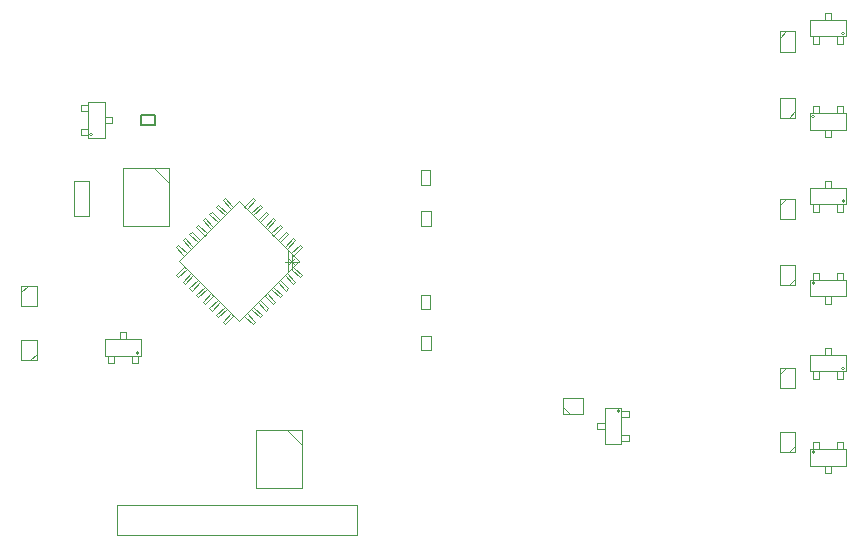
<source format=gbr>
%TF.GenerationSoftware,Altium Limited,Altium Designer,21.6.4 (81)*%
G04 Layer_Color=16711935*
%FSLAX43Y43*%
%MOMM*%
%TF.SameCoordinates,EF7AACBD-433E-4B6D-8733-A8E214C0EB56*%
%TF.FilePolarity,Positive*%
%TF.FileFunction,Other,Mechanical_13*%
%TF.Part,Single*%
G01*
G75*
%TA.AperFunction,NonConductor*%
%ADD58C,0.100*%
%ADD60C,0.200*%
%ADD80C,0.076*%
%ADD82C,0.000*%
%ADD83C,0.025*%
D58*
X35662Y17436D02*
X36932Y16166D01*
Y12536D02*
Y17436D01*
X33032Y12536D02*
X36932D01*
X33032D02*
Y17436D01*
X36932D01*
X47022Y34731D02*
X47822D01*
X47022D02*
Y35931D01*
X47822D01*
Y34731D02*
Y35931D01*
X46996Y39411D02*
X47796D01*
Y38211D02*
Y39411D01*
X46996Y38211D02*
X47796D01*
X46996D02*
Y39411D01*
Y28896D02*
X47796D01*
Y27696D02*
Y28896D01*
X46996Y27696D02*
X47796D01*
X46996D02*
Y28896D01*
X47022Y24165D02*
X47822D01*
X47022D02*
Y25365D01*
X47822D01*
Y24165D02*
Y25365D01*
X24429Y39610D02*
X25699Y38340D01*
Y34710D02*
Y39610D01*
X21799Y34710D02*
X25699D01*
X21799D02*
Y39610D01*
X25699D01*
X17629Y35558D02*
X18929D01*
X17629Y38478D02*
X18929D01*
X17629Y35558D02*
Y38478D01*
X18929Y35558D02*
Y38478D01*
X77404Y35320D02*
Y37020D01*
Y35320D02*
X78704D01*
Y37020D01*
X77404D02*
X78704D01*
X77404Y36482D02*
X77942Y37020D01*
X77404Y49467D02*
Y51167D01*
Y49467D02*
X78704D01*
Y51167D01*
X77404D02*
X78704D01*
X77404Y50629D02*
X77942Y51167D01*
X78704Y43854D02*
Y45554D01*
X77404D02*
X78704D01*
X77404Y43854D02*
Y45554D01*
Y43854D02*
X78704D01*
X78166D02*
X78704Y44392D01*
X78679Y29681D02*
Y31381D01*
X77379D02*
X78679D01*
X77379Y29681D02*
Y31381D01*
Y29681D02*
X78679D01*
X78141D02*
X78679Y30219D01*
X77379Y20994D02*
Y22694D01*
Y20994D02*
X78679D01*
Y22694D01*
X77379D02*
X78679D01*
X77379Y22156D02*
X77917Y22694D01*
X78679Y15533D02*
Y17233D01*
X77379D02*
X78679D01*
X77379Y15533D02*
Y17233D01*
Y15533D02*
X78679D01*
X78141D02*
X78679Y16071D01*
X59069Y18806D02*
X60769D01*
Y20106D01*
X59069D02*
X60769D01*
X59069Y18806D02*
Y20106D01*
Y19344D02*
X59607Y18806D01*
X13168Y27928D02*
Y29628D01*
Y27928D02*
X14468D01*
Y29628D01*
X13168D02*
X14468D01*
X13168Y29090D02*
X13706Y29628D01*
X14468Y23331D02*
Y25031D01*
X13168D02*
X14468D01*
X13168Y23331D02*
Y25031D01*
Y23331D02*
X14468D01*
X13930D02*
X14468Y23869D01*
X21311Y8509D02*
X41631D01*
X21311Y11049D02*
X41631D01*
X21311Y8509D02*
Y11049D01*
X41631Y8509D02*
Y11049D01*
D60*
X23327Y44088D02*
X24527D01*
X23327Y43288D02*
Y44088D01*
Y43288D02*
X24527D01*
Y44088D01*
D80*
X36656Y31659D02*
X35459D01*
X36057Y32258D02*
Y31061D01*
X36357Y31959D02*
X35758Y31360D01*
Y31959D02*
X36357Y31360D01*
D82*
X23139Y23965D02*
G03*
X23139Y23965I-127J0D01*
G01*
X19240Y42443D02*
G03*
X19240Y42443I-127J0D01*
G01*
X80366Y29883D02*
G03*
X80366Y29883I-127J0D01*
G01*
X82906Y36780D02*
G03*
X82906Y36780I-127J0D01*
G01*
X82855Y22644D02*
G03*
X82855Y22644I-127J0D01*
G01*
X80340Y15557D02*
G03*
X80340Y15557I-127J0D01*
G01*
Y43980D02*
G03*
X80340Y43980I-127J0D01*
G01*
X82880Y51004D02*
G03*
X82880Y51004I-127J0D01*
G01*
X63843Y19025D02*
G03*
X63843Y19025I-127J0D01*
G01*
D83*
X22504Y23711D02*
X23012D01*
Y23089D02*
Y23711D01*
X22504Y23089D02*
X23012D01*
X22504D02*
Y23711D01*
X20472D02*
X20980D01*
Y23089D02*
Y23711D01*
X20472Y23089D02*
X20980D01*
X20472D02*
Y23711D01*
X21488Y25108D02*
X21996D01*
X21488D02*
Y25730D01*
X21996D01*
Y25108D02*
Y25730D01*
X20218Y23711D02*
X23266D01*
X20218D02*
Y25108D01*
X23266D01*
Y23711D02*
Y25108D01*
X18860Y42443D02*
Y42951D01*
X18237Y42443D02*
X18860D01*
X18237D02*
Y42951D01*
X18860D01*
Y44475D02*
Y44983D01*
X18237Y44475D02*
X18860D01*
X18237D02*
Y44983D01*
X18860D01*
X20257Y43459D02*
Y43967D01*
X20879D01*
Y43459D02*
Y43967D01*
X20257Y43459D02*
X20879D01*
X18860Y42189D02*
Y45237D01*
X20257D01*
Y42189D02*
Y45237D01*
X18860Y42189D02*
X20257D01*
X80239Y30137D02*
X80747D01*
X80239D02*
Y30759D01*
X80747D01*
Y30137D02*
Y30759D01*
X82271Y30137D02*
X82779D01*
X82271D02*
Y30759D01*
X82779D01*
Y30137D02*
Y30759D01*
X81255Y28740D02*
X81763D01*
Y28118D02*
Y28740D01*
X81255Y28118D02*
X81763D01*
X81255D02*
Y28740D01*
X79985Y30137D02*
X83033D01*
Y28740D02*
Y30137D01*
X79985Y28740D02*
X83033D01*
X79985D02*
Y30137D01*
X82271Y36526D02*
X82779D01*
Y35904D02*
Y36526D01*
X82271Y35904D02*
X82779D01*
X82271D02*
Y36526D01*
X80239D02*
X80747D01*
Y35904D02*
Y36526D01*
X80239Y35904D02*
X80747D01*
X80239D02*
Y36526D01*
X81255Y37923D02*
X81763D01*
X81255D02*
Y38545D01*
X81763D01*
Y37923D02*
Y38545D01*
X79985Y36526D02*
X83033D01*
X79985D02*
Y37923D01*
X83033D01*
Y36526D02*
Y37923D01*
X82220Y22390D02*
X82728D01*
Y21768D02*
Y22390D01*
X82220Y21768D02*
X82728D01*
X82220D02*
Y22390D01*
X80188D02*
X80696D01*
Y21768D02*
Y22390D01*
X80188Y21768D02*
X80696D01*
X80188D02*
Y22390D01*
X81204Y23787D02*
X81712D01*
X81204D02*
Y24409D01*
X81712D01*
Y23787D02*
Y24409D01*
X79934Y22390D02*
X82982D01*
X79934D02*
Y23787D01*
X82982D01*
Y22390D02*
Y23787D01*
X80213Y15811D02*
X80721D01*
X80213D02*
Y16434D01*
X80721D01*
Y15811D02*
Y16434D01*
X82245Y15811D02*
X82753D01*
X82245D02*
Y16434D01*
X82753D01*
Y15811D02*
Y16434D01*
X81229Y14415D02*
X81737D01*
Y13792D02*
Y14415D01*
X81229Y13792D02*
X81737D01*
X81229D02*
Y14415D01*
X79959Y15811D02*
X83007D01*
Y14415D02*
Y15811D01*
X79959Y14415D02*
X83007D01*
X79959D02*
Y15811D01*
X80213Y44234D02*
X80721D01*
X80213D02*
Y44856D01*
X80721D01*
Y44234D02*
Y44856D01*
X82245Y44234D02*
X82753D01*
X82245D02*
Y44856D01*
X82753D01*
Y44234D02*
Y44856D01*
X81229Y42837D02*
X81737D01*
Y42215D02*
Y42837D01*
X81229Y42215D02*
X81737D01*
X81229D02*
Y42837D01*
X79959Y44234D02*
X83007D01*
Y42837D02*
Y44234D01*
X79959Y42837D02*
X83007D01*
X79959D02*
Y44234D01*
X82245Y50750D02*
X82753D01*
Y50128D02*
Y50750D01*
X82245Y50128D02*
X82753D01*
X82245D02*
Y50750D01*
X80213D02*
X80721D01*
Y50128D02*
Y50750D01*
X80213Y50128D02*
X80721D01*
X80213D02*
Y50750D01*
X81229Y52147D02*
X81737D01*
X81229D02*
Y52769D01*
X81737D01*
Y52147D02*
Y52769D01*
X79959Y50750D02*
X83007D01*
X79959D02*
Y52147D01*
X83007D01*
Y50750D02*
Y52147D01*
X63970Y18517D02*
Y19025D01*
X64592D01*
Y18517D02*
Y19025D01*
X63970Y18517D02*
X64592D01*
X63970Y16485D02*
Y16993D01*
X64592D01*
Y16485D02*
Y16993D01*
X63970Y16485D02*
X64592D01*
X62573Y17501D02*
Y18009D01*
X61951Y17501D02*
X62573D01*
X61951D02*
Y18009D01*
X62573D01*
X63970Y16231D02*
Y19279D01*
X62573Y16231D02*
X63970D01*
X62573D02*
Y19279D01*
X63970D01*
X31598Y26642D02*
X36680Y31725D01*
X26515D02*
X31598Y26642D01*
X26515Y31725D02*
X31598Y36807D01*
X36680Y31725D01*
X35782Y30827D02*
Y32623D01*
X30416Y26404D02*
X31126Y27113D01*
X30237Y26584D02*
X30416Y26404D01*
X30237Y26584D02*
X30946Y27293D01*
X31126Y27113D01*
X29851Y26970D02*
X30560Y27679D01*
X29671Y27149D02*
X29851Y26970D01*
X29671Y27149D02*
X30381Y27859D01*
X30560Y27679D01*
X29285Y27535D02*
X29995Y28245D01*
X29105Y27715D02*
X29285Y27535D01*
X29105Y27715D02*
X29815Y28424D01*
X29995Y28245D01*
X28719Y28101D02*
X29429Y28811D01*
X28540Y28281D02*
X28719Y28101D01*
X28540Y28281D02*
X29249Y28990D01*
X29429Y28811D01*
X28154Y28667D02*
X28863Y29376D01*
X27974Y28846D02*
X28154Y28667D01*
X27974Y28846D02*
X28684Y29556D01*
X28863Y29376D01*
X27588Y29232D02*
X28297Y29942D01*
X27408Y29412D02*
X27588Y29232D01*
X27408Y29412D02*
X28118Y30122D01*
X28297Y29942D01*
X27022Y29798D02*
X27732Y30508D01*
X26843Y29978D02*
X27022Y29798D01*
X26843Y29978D02*
X27552Y30687D01*
X27732Y30508D01*
X26457Y30364D02*
X27166Y31073D01*
X26277Y30543D02*
X26457Y30364D01*
X26277Y30543D02*
X26986Y31253D01*
X27166Y31073D01*
X26277Y32906D02*
X26986Y32196D01*
X26277Y32906D02*
X26457Y33085D01*
X27166Y32376D01*
X26986Y32196D02*
X27166Y32376D01*
X26843Y33471D02*
X27552Y32762D01*
X26843Y33471D02*
X27022Y33651D01*
X27732Y32942D01*
X27552Y32762D02*
X27732Y32942D01*
X27408Y34037D02*
X28118Y33328D01*
X27408Y34037D02*
X27588Y34217D01*
X28297Y33507D01*
X28118Y33328D02*
X28297Y33507D01*
X27974Y34603D02*
X28684Y33893D01*
X27974Y34603D02*
X28154Y34782D01*
X28863Y34073D01*
X28684Y33893D02*
X28863Y34073D01*
X28540Y35168D02*
X29249Y34459D01*
X28540Y35168D02*
X28719Y35348D01*
X29429Y34639D01*
X29249Y34459D02*
X29429Y34639D01*
X29105Y35734D02*
X29815Y35025D01*
X29105Y35734D02*
X29285Y35914D01*
X29995Y35204D01*
X29815Y35025D02*
X29995Y35204D01*
X29671Y36300D02*
X30381Y35590D01*
X29671Y36300D02*
X29851Y36479D01*
X30560Y35770D01*
X30381Y35590D02*
X30560Y35770D01*
X30237Y36866D02*
X30946Y36156D01*
X30237Y36866D02*
X30416Y37045D01*
X31126Y36336D01*
X30946Y36156D02*
X31126Y36336D01*
X32069D02*
X32779Y37045D01*
X32958Y36866D01*
X32249Y36156D02*
X32958Y36866D01*
X32069Y36336D02*
X32249Y36156D01*
X32635Y35770D02*
X33344Y36479D01*
X33524Y36300D01*
X32815Y35590D02*
X33524Y36300D01*
X32635Y35770D02*
X32815Y35590D01*
X33201Y35204D02*
X33910Y35914D01*
X34090Y35734D01*
X33380Y35025D02*
X34090Y35734D01*
X33201Y35204D02*
X33380Y35025D01*
X33766Y34639D02*
X34476Y35348D01*
X34655Y35168D01*
X33946Y34459D02*
X34655Y35168D01*
X33766Y34639D02*
X33946Y34459D01*
X34332Y34073D02*
X35041Y34782D01*
X35221Y34603D01*
X34512Y33893D02*
X35221Y34603D01*
X34332Y34073D02*
X34512Y33893D01*
X34898Y33507D02*
X35607Y34217D01*
X35787Y34037D01*
X35077Y33328D02*
X35787Y34037D01*
X34898Y33507D02*
X35077Y33328D01*
X35463Y32942D02*
X36173Y33651D01*
X36352Y33471D01*
X35643Y32762D02*
X36352Y33471D01*
X35463Y32942D02*
X35643Y32762D01*
X36029Y32376D02*
X36739Y33085D01*
X36918Y32906D01*
X36209Y32196D02*
X36918Y32906D01*
X36029Y32376D02*
X36209Y32196D01*
Y31253D02*
X36918Y30543D01*
X36739Y30364D02*
X36918Y30543D01*
X36029Y31073D02*
X36739Y30364D01*
X36029Y31073D02*
X36209Y31253D01*
X35643Y30687D02*
X36352Y29978D01*
X36173Y29798D02*
X36352Y29978D01*
X35463Y30508D02*
X36173Y29798D01*
X35463Y30508D02*
X35643Y30687D01*
X35077Y30122D02*
X35787Y29412D01*
X35607Y29232D02*
X35787Y29412D01*
X34898Y29942D02*
X35607Y29232D01*
X34898Y29942D02*
X35077Y30122D01*
X34512Y29556D02*
X35221Y28846D01*
X35041Y28667D02*
X35221Y28846D01*
X34332Y29376D02*
X35041Y28667D01*
X34332Y29376D02*
X34512Y29556D01*
X33946Y28990D02*
X34655Y28281D01*
X34476Y28101D02*
X34655Y28281D01*
X33766Y28811D02*
X34476Y28101D01*
X33766Y28811D02*
X33946Y28990D01*
X33380Y28424D02*
X34090Y27715D01*
X33910Y27535D02*
X34090Y27715D01*
X33201Y28245D02*
X33910Y27535D01*
X33201Y28245D02*
X33380Y28424D01*
X32815Y27859D02*
X33524Y27149D01*
X33344Y26970D02*
X33524Y27149D01*
X32635Y27679D02*
X33344Y26970D01*
X32635Y27679D02*
X32815Y27859D01*
X32249Y27293D02*
X32958Y26584D01*
X32779Y26404D02*
X32958Y26584D01*
X32069Y27113D02*
X32779Y26404D01*
X32069Y27113D02*
X32249Y27293D01*
%TF.MD5,399b990621b8421c5a75d51663229b3e*%
M02*

</source>
